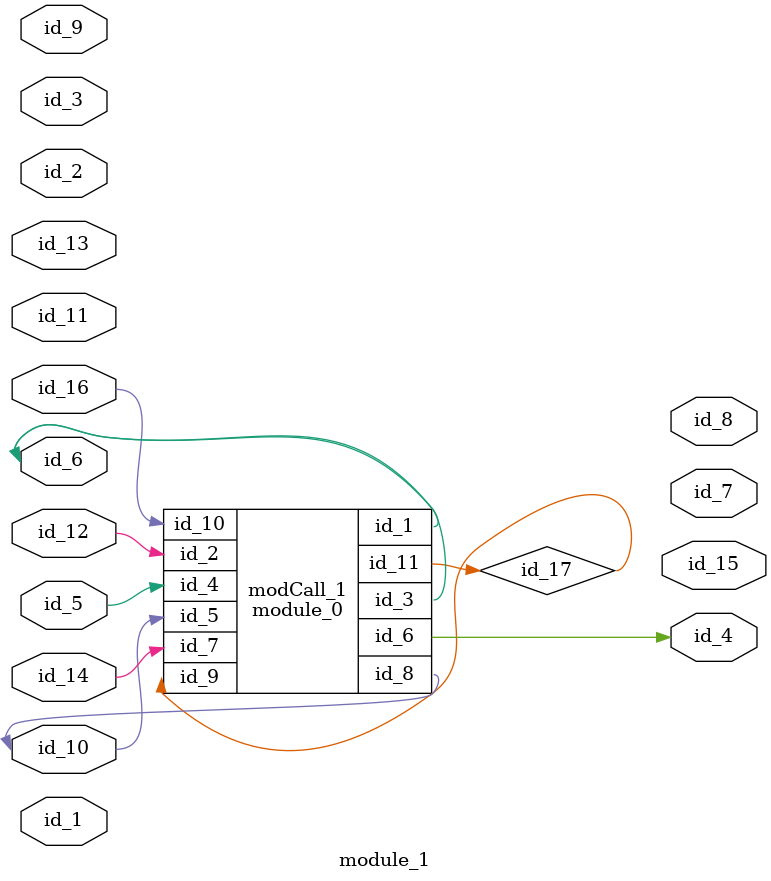
<source format=v>
module module_0 (
    id_1,
    id_2,
    id_3,
    id_4,
    id_5,
    id_6,
    id_7,
    id_8,
    id_9,
    id_10,
    id_11
);
  inout wire id_11;
  input wire id_10;
  input wire id_9;
  inout wire id_8;
  input wire id_7;
  output wire id_6;
  input wire id_5;
  input wire id_4;
  inout wire id_3;
  input wire id_2;
  inout wire id_1;
  wire id_12;
endmodule
module module_1 (
    id_1,
    id_2,
    id_3,
    id_4,
    id_5,
    id_6,
    id_7,
    id_8,
    id_9,
    id_10,
    id_11,
    id_12,
    id_13,
    id_14,
    id_15,
    id_16
);
  input wire id_16;
  output wire id_15;
  input wire id_14;
  input wire id_13;
  input wire id_12;
  inout wire id_11;
  inout wire id_10;
  input wire id_9;
  output wire id_8;
  output wire id_7;
  inout wire id_6;
  input wire id_5;
  output wire id_4;
  input wire id_3;
  input wire id_2;
  inout wire id_1;
  wire id_17;
  module_0 modCall_1 (
      id_6,
      id_12,
      id_6,
      id_5,
      id_10,
      id_4,
      id_14,
      id_10,
      id_17,
      id_16,
      id_17
  );
endmodule

</source>
